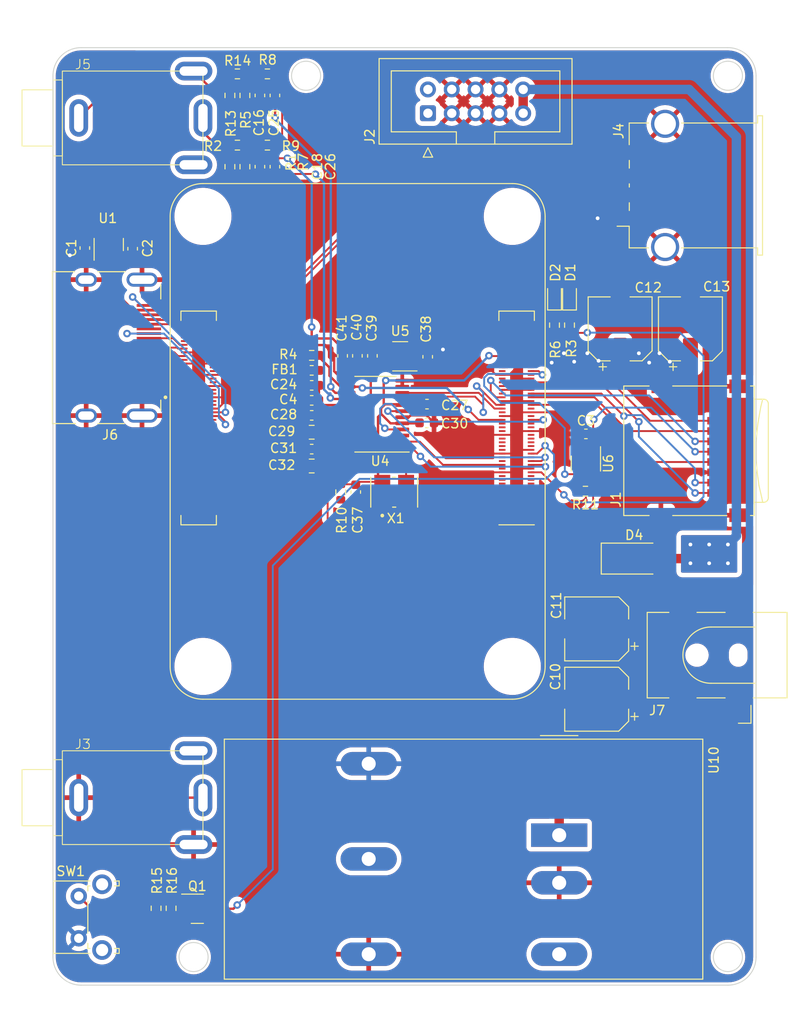
<source format=kicad_pcb>
(kicad_pcb (version 20221018) (generator pcbnew)
  (layers (0 "F.Cu" signal) (31 "B.Cu" signal) (34 "B.Paste" user) (35 "F.Paste" user) (36 "B.SilkS" user "B.Silkscreen") (37 "F.SilkS" user "F.Silkscreen") (38 "B.Mask" user) (39 "F.Mask" user) (44 "Edge.Cuts" user))
  (net 0 "")
  (net 1 "/+5v")
  (net 2 "GND")
  (net 3 "/HDMI_5v")
  (net 4 "/SD_PWR")
  (net 5 "/+12v")
  (net 6 "/+3.3v")
  (net 7 "Net-(D1-K)")
  (net 8 "Net-(D2-K)")
  (net 9 "/ID_SC")
  (net 10 "/ID_SD")
  (net 11 "/CAM0_D0_N")
  (net 12 "/CAM0_D0_P")
  (net 13 "/CAM0_D1_N")
  (net 14 "/CAM0_D1_P")
  (net 15 "/CAM0_C_N")
  (net 16 "/CAM0_C_P")
  (net 17 "/CAM_GPIO")
  (net 18 "/CAM1_D0_N")
  (net 19 "/CAM1_D0_P")
  (net 20 "/CAM1_D1_N")
  (net 21 "/CAM1_D1_P")
  (net 22 "/CAM1_C_N")
  (net 23 "/CAM1_C_P")
  (net 24 "/CAM1_D2_N")
  (net 25 "/CAM1_D2_P")
  (net 26 "/CAM1_D3_N")
  (net 27 "/CAM1_D3_P")
  (net 28 "/SCL0")
  (net 29 "/SDA0")
  (net 30 "/DSI0_D0_N")
  (net 31 "/DSI0_D0_P")
  (net 32 "/DSI0_D1_N")
  (net 33 "/DSI0_D1_P")
  (net 34 "/DSI0_C_N")
  (net 35 "/DSI0_C_P")
  (net 36 "/DSI1_D0_N")
  (net 37 "/DSI1_D0_P")
  (net 38 "/DSI1_D1_N")
  (net 39 "/DSI1_D1_P")
  (net 40 "/DSI1_C_N")
  (net 41 "/DSI1_C_P")
  (net 42 "/DSI1_D2_N")
  (net 43 "/DSI1_D2_P")
  (net 44 "/DSI1_D3_N")
  (net 45 "/DSI1_D3_P")
  (net 46 "/HDMI0_HOTPLUG")
  (net 47 "/HDMI0_SDA")
  (net 48 "/HDMI0_SCL")
  (net 50 "/HDMI0_CEC")
  (net 51 "/HDMI0_CK_N")
  (net 52 "/HDMI0_CK_P")
  (net 53 "/HDMI0_D0_N")
  (net 54 "/HDMI0_D0_P")
  (net 55 "/HDMI0_D1_N")
  (net 56 "/HDMI0_D1_P")
  (net 57 "/HDMI0_D2_N")
  (net 58 "/HDMI0_D2_P")
  (net 59 "/HDMI1_HOTPLUG")
  (net 60 "/HDMI1_SDA")
  (net 61 "/HDMI1_SCL")
  (net 62 "/HDMI1_CEC")
  (net 63 "/HDMI1_CK_N")
  (net 64 "/HDMI1_CK_P")
  (net 65 "/HDMI1_D0_N")
  (net 66 "/HDMI1_D0_P")
  (net 67 "/HDMI1_D1_N")
  (net 68 "/HDMI1_D1_P")
  (net 69 "/HDMI1_D2_N")
  (net 70 "/HDMI1_D2_P")
  (net 71 "/nRPIBOOT")
  (net 72 "/EEPROM_nWP")
  (net 73 "/AIN0")
  (net 74 "/AIN1")
  (net 75 "/SYNC_IN")
  (net 76 "/SYNC_OUT")
  (net 77 "/TV_OUT")
  (net 78 "/GLOBAL_EN")
  (net 79 "/WL_nDis")
  (net 80 "/BT_nDis")
  (net 81 "/RUN_PG")
  (net 82 "/GPIO4")
  (net 83 "/GPIO14")
  (net 84 "/GPIO15")
  (net 85 "/GPIO27")
  (net 86 "/GPIO22")
  (net 87 "/GPIO23")
  (net 88 "/GPIO24")
  (net 89 "/GPIO10")
  (net 90 "/GPIO9")
  (net 91 "/GPIO25")
  (net 92 "/GPIO11")
  (net 93 "/GPIO8")
  (net 94 "/GPIO7")
  (net 95 "/GPIO5")
  (net 96 "/GPIO6")
  (net 97 "/GPIO13")
  (net 98 "/GPIO16")
  (net 99 "/GPIO26")
  (net 100 "/SD_DAT1")
  (net 101 "/SD_DAT0")
  (net 102 "/SD_CLK")
  (net 103 "/SD_CMD")
  (net 104 "/SD_DAT3")
  (net 105 "/SD_DAT2")
  (net 106 "/USBD_N")
  (net 107 "/USBD_P")
  (net 108 "/TRD3_P")
  (net 109 "/TRD1_P")
  (net 110 "/TRD3_N")
  (net 111 "/TRD1_N")
  (net 112 "/TRD2_N")
  (net 113 "/TRD0_N")
  (net 114 "/TRD2_P")
  (net 115 "/TRD0_P")
  (net 116 "/ETH_LEDY")
  (net 117 "/ETH_LEDG")
  (net 119 "Net-(Module1A-PI_nLED_Activity)")
  (net 125 "/SD_PWR_ON")
  (net 126 "/Reserved")
  (net 127 "/nPWR_LED")
  (net 128 "/nEXTRST")
  (net 129 "/USBOTG_ID")
  (net 130 "/PCIE_CLK_nREQ")
  (net 133 "/PCIE_nRST")
  (net 134 "/PCIE_CLK_P")
  (net 135 "/PCIE_CLK_N")
  (net 136 "/PCIE_RX_P")
  (net 137 "/PCIE_RX_N")
  (net 138 "/PCIE_TX_P")
  (net 139 "/PCIE_TX_N")
  (net 141 "Net-(D4-A)")
  (net 146 "Net-(U4-VQ)")
  (net 147 "GNDA")
  (net 148 "Net-(C16-Pad1)")
  (net 149 "INA")
  (net 150 "Net-(C18-Pad1)")
  (net 151 "INB")
  (net 152 "Net-(U4-FIL+)")
  (net 153 "+5VA")
  (net 154 "Net-(U5-BP)")
  (net 156 "SDIN")
  (net 157 "LRCLK")
  (net 158 "SDOUT")
  (net 159 "SCLK")
  (net 160 "R_CODEC")
  (net 161 "SCL_CODEC")
  (net 162 "SDA_CODEC")
  (net 163 "Net-(X1-EN)")
  (net 164 "MCLK")
  (net 171 "Net-(J5-PadR)")
  (net 172 "Net-(J5-PadT)")
  (net 173 "Net-(J3-PadT)")
  (net 174 "GPIO12")
  (net 177 "Net-(R1-Pad1)")
  (net 178 "Net-(R13-Pad1)")
  (net 179 "Net-(Q1-B)")
  (footprint "Capacitor_SMD:C_0805_2012Metric" (layer "F.Cu") (at 27.6 41.025 180)
    (fp_text reference "C29")
    (fp_text value "47u")
  )
  (footprint "Diode_SMD:D_SMA" (layer "F.Cu") (at 62 54.5)
    (fp_text reference "D4")
    (fp_text value "SS54")
  )
  (footprint "Resistor_SMD:R_0603_1608Metric" (layer "F.Cu") (at 11 91.8 90)
    (fp_text reference "R15")
    (fp_text value "100k")
  )
  (footprint "Resistor_SMD:R_0603_1608Metric" (layer "F.Cu") (at 55.1 29.6 -90)
    (fp_text reference "R3")
    (fp_text value "1k")
  )
  (footprint "Converter_DCDC:Converter_DCDC_TRACO_TEN20-xxxx_THT" (layer "F.Cu") (at 54 84 -90)
    (fp_text reference "U10")
    (fp_text value "TEN20-2411WIN")
  )
  (footprint "Capacitor_SMD:C_0603_1608Metric" (layer "F.Cu") (at 30.9 32.875 90)
    (fp_text reference "C41")
    (fp_text value "100n")
  )
  (footprint "AlexCustom:XTAL_ASFL1-8.000MHZ-EC-T" (layer "F.Cu") (at 36.4 47.4125 90)
    (fp_text reference "X1")
    (fp_text value "12.288MHz")
  )
  (footprint "Connector_IDC:IDC-Header_2x05_P2.54mm_Vertical" (layer "F.Cu") (at 40 7 90)
    (fp_text reference "J2")
    (fp_text value "Conn_02x05_Odd_Even")
  )
  (footprint "Capacitor_SMD:C_0603_1608Metric" (layer "F.Cu") (at 3.4 21.375 90)
    (fp_text reference "C1")
    (fp_text value "100n")
  )
  (footprint "Resistor_SMD:R_0603_1608Metric" (layer "F.Cu") (at 22.875 2.8)
    (fp_text reference "R8")
    (fp_text value "10k")
  )
  (footprint "Capacitor_SMD:CP_Elec_6.3x5.8" (layer "F.Cu") (at 58 69.5 180)
    (fp_text reference "C10")
    (fp_text value "100u")
  )
  (footprint "Connector_Card:microSD_HC_Wuerth_693072010801" (layer "F.Cu") (at 69 43 -90)
    (fp_text reference "J1")
    (fp_text value "Micro_SD_Card")
  )
  (footprint "Package_SO:TSSOP-24_4.4x7.8mm_P0.65mm" (layer "F.Cu") (at 34.4 39.1 180)
    (fp_text reference "U4")
    (fp_text value "CS4270")
  )
  (footprint "Capacitor_SMD:CP_Elec_6.3x5.8" (layer "F.Cu") (at 60.5 30 90)
    (fp_text reference "C12")
    (fp_text value "100u")
  )
  (footprint "Resistor_SMD:R_0603_1608Metric" (layer "F.Cu") (at 56.8 47.3125 180)
    (fp_text reference "R11")
    (fp_text value "12K 1%")
  )
  (footprint "AlexCustom:729JH" (layer "F.Cu") (at 1 80)
    (fp_text reference "J3")
    (fp_text value "AudioJack3_SwitchT")
  )
  (footprint "Capacitor_SMD:C_0603_1608Metric" (layer "F.Cu") (at 22.075 5.1 -90)
    (fp_text reference "C16")
    (fp_text value "10u")
  )
  (footprint "Package_TO_SOT_SMD:SOT-23" (layer "F.Cu") (at 15.4 91.85)
    (fp_text reference "Q1")
    (fp_text value "MMBT3904")
  )
  (footprint "Resistor_SMD:R_0603_1608Metric" (layer "F.Cu") (at 19.675 2.8)
    (fp_text reference "R14")
    (fp_text value "nf")
  )
  (footprint "Capacitor_SMD:C_0603_1608Metric" (layer "F.Cu") (at 27.6 37.625 180)
    (fp_text reference "C4")
    (fp_text value "100n")
  )
  (footprint "AlexCustom:729JH" (layer "F.Cu") (at 1 7.5)
    (fp_text reference "J5")
    (fp_text value "AudioJack3_SwitchT")
  )
  (footprint "Resistor_SMD:R_0603_1608Metric" (layer "F.Cu") (at 18.875 12.7 90)
    (fp_text reference "R1")
    (fp_text value "0")
  )
  (footprint "Resistor_SMD:R_0603_1608Metric" (layer "F.Cu") (at 53.5 29.6 -90)
    (fp_text reference "R6")
    (fp_text value "1k")
  )
  (footprint "Capacitor_SMD:C_0603_1608Metric" (layer "F.Cu") (at 32.475 32.875 90)
    (fp_text reference "C40")
    (fp_text value "10u")
  )
  (footprint "Resistor_SMD:R_0603_1608Metric" (layer "F.Cu") (at 20.475 5.1 -90)
    (fp_text reference "R5")
    (fp_text value "4.99k")
  )
  (footprint "Resistor_SMD:R_0603_1608Metric" (layer "F.Cu") (at 12.6 91.8 90)
    (fp_text reference "R16")
    (fp_text value "33k")
  )
  (footprint "Inductor_SMD:L_0603_1608Metric" (layer "F.Cu") (at 27.6 34.425)
    (fp_text reference "FB1")
    (fp_text value "FerriteBead_Small")
  )
  (footprint "Capacitor_SMD:C_0603_1608Metric" (layer "F.Cu") (at 27.6 39.225 180)
    (fp_text reference "C28")
    (fp_text value "100n")
  )
  (footprint "Package_TO_SOT_SMD:SOT-23" (layer "F.Cu") (at 5.95 21 90)
    (fp_text reference "U1")
    (fp_text value "RT9742SNGV")
  )
  (footprint "Capacitor_SMD:CP_Elec_6.3x5.8" (layer "F.Cu") (at 58 62 180)
    (fp_text reference "C11")
    (fp_text value "100u")
  )
  (footprint "Capacitor_SMD:C_0805_2012Metric" (layer "F.Cu") (at 27.6 44.625 180)
    (fp_text reference "C32")
    (fp_text value "47u")
  )
  (footprint "CM4IO:Raspberry-Pi-4-Compute-Module" (layer "F.Cu") (at 49 18 180)
    (fp_text reference "Module1" hide)
    (fp_text value "ComputeModule4")
  )
  (footprint "Capacitor_SMD:C_0603_1608Metric" (layer "F.Cu") (at 32.3 47.4 -90)
    (fp_text reference "C37")
    (fp_text value "10n")
  )
  (footprint "Resistor_SMD:R_0603_1608Metric" (layer "F.Cu") (at 19.675 10.4)
    (fp_text reference "R2")
    (fp_text value "nf")
  )
  (footprint "Package_TO_SOT_SMD:SOT-23-5" (layer "F.Cu") (at 56.85 44.3625 -90)
    (fp_text reference "U6")
    (fp_text value "RT9742GGJ5")
  )
  (footprint "Capacitor_SMD:C_0603_1608Metric" (layer "F.Cu") (at 23.675 12.7 -90)
    (fp_text reference "C26")
    (fp_text value "220p")
  )
  (footprint "Capacitor_SMD:C_0603_1608Metric" (layer "F.Cu") (at 56.85 41.2 180)
    (fp_text reference "C3")
    (fp_text value "10u")
  )
  (footprint "Resistor_SMD:R_0603_1608Metric" (layer "F.Cu") (at 27.6 32.825)
    (fp_text reference "R4")
    (fp_text value "10k")
  )
  (footprint "Resistor_SMD:R_0603_1608Metric" (layer "F.Cu") (at 30.7 47.4 -90)
    (fp_text reference "R10")
    (fp_text value "10k")
  )
  (footprint "Capacitor_SMD:C_0603_1608Metric" (layer "F.Cu") (at 39.975 32.975 -90)
    (fp_text reference "C38")
    (fp_text value "100n")
  )
  (footprint "Capacitor_SMD:C_0603_1608Metric" (layer "F.Cu") (at 39.875 40.025)
    (fp_text reference "C30")
    (fp_text value "100n")
  )
  (footprint "Package_TO_SOT_SMD:SOT-23-6" (layer "F.Cu") (at 37.0375 32.925 180)
    (fp_text reference "U5")
    (fp_text value "TPS79301-EP")
  )
  (footprint "LED_SMD:LED_0603_1608Metric" (layer "F.Cu") (at 53.5 26.5 90)
    (fp_text reference "D2")
    (fp_text value "LED Red")
  )
  (footprint "Button_Switch_THT:SW_Tactile_SPST_Angled_PTS645Vx83-2LFS" (layer "F.Cu") (at 2.75 95 90)
    (fp_text reference "SW1")
    (fp_text value "SW_Push")
  )
  (footprint "Capacitor_SMD:C_0603_1608Metric" (layer "F.Cu") (at 39.9 38.025)
    (fp_text reference "C27")
    (fp_text value "10u")
  )
  (footprint "Resistor_SMD:R_0603_1608Metric" (layer "F.Cu") (at 18.875 5.1 90)
    (fp_text reference "R13")
    (fp_text value "0")
  )
  (footprint "Resistor_SMD:R_0603_1608Metric" (layer "F.Cu") (at 20.475 12.7 -90)
    (fp_text reference "R7")
    (fp_text value "4.99k")
  )
  (footprint "Capacitor_SMD:C_0603_1608Metric" (layer "F.Cu") (at 27.6 36.025 180)
    (fp_text reference "C24")
    (fp_text value "10u")
  )
  (footprint "Capacitor_SMD:C_0603_1608Metric" (layer "F.Cu") (at 8.5 21.45 90)
    (fp_text reference "C2")
    (fp_text value "100n")
  )
  (footprint "Connector_BarrelJack:BarrelJack_CLIFF_FC681465S_SMT_Horizontal" (layer "F.Cu") (at 70.2 64.8 180)
    (fp_text reference "J7")
    (fp_text value "Barrel_Jack_Switch")
  )
  (footprint "Connector_USB:USB_A_TE_292303-7_Horizontal" (layer "F.Cu") (at 68 14.7 90)
    (fp_text reference "J4")
    (fp_text value "USB_A")
  )
  (footprint "Capacitor_SMD:C_0603_1608Metric" (layer "F.Cu") (at 27.6 42.825 180)
    (fp_text reference "C31")
    (fp_text value "100n")
  )
  (footprint "Capacitor_SMD:C_0603_1608Metric" (layer "F.Cu") (at 22.075 12.7 -90)
    (fp_text reference "C18")
    (fp_text value "10u")
  )
  (footprint "Capacitor_SMD:C_0603_1608Metric" (layer "F.Cu") (at 34.075 32.875 -90)
    (fp_text reference "C39")
    (fp_text value "10n")
  )
  (footprint "Capacitor_SMD:CP_Elec_6.3x5.8" (layer "F.Cu") (at 68 30 90)
    (fp_text reference "C13")
    (fp_text value "100u")
  )
  (footprint "CM4IO:EDAC 690-019-298-412" (layer "F.Cu") (at 9.5 32 -90)
    (fp_text reference "J6")
    (fp_text value "690-019-298-412" hide)
  )
  (footprint "Capacitor_SMD:C_0603_1608Metric" (layer "F.Cu") (at 23.675 5.1 -90)
    (fp_text reference "C25")
    (fp_text value "220p")
  )
  (footprint "LED_SMD:LED_0603_1608Metric" (layer "F.Cu") (at 55.1 26.5 90)
    (fp_text reference "D1")
    (fp_text value "LED Green")
  )
  (footprint "Resistor_SMD:R_0603_1608Metric" (layer "F.Cu") (at 22.875 10.4)
    (fp_text reference "R9")
    (fp_text value "10k")
  )
  (gr_arc (start 75 97) (mid 74.121321 99.121321) (end 72 100) (stroke (width 0.1)) (layer "Edge.Cuts"))
  (gr_line (start 75 3) (end 75 97) (stroke (width 0.1)) (layer "Edge.Cuts"))
  (gr_arc (start 3 100) (mid 0.878679 99.121321) (end 0 97) (stroke (width 0.1)) (layer "Edge.Cuts"))
  (gr_arc (start 72 0) (mid 74.121321 0.878679) (end 75 3) (stroke (width 0.1)) (layer "Edge.Cuts"))
  (gr_line (start 0 97) (end 0 3) (stroke (width 0.1)) (layer "Edge.Cuts"))
  (gr_circle (center 27 3) (end 28.55 3) (stroke (width 0.1)) (fill none) (layer "Edge.Cuts"))
  (gr_arc (start 0 3) (mid 0.878679 0.878679) (end 3 0) (stroke (width 0.1)) (layer "Edge.Cuts"))
  (gr_circle (center 72 97) (end 73.55 97) (stroke (width 0.1)) (fill none) (layer "Edge.Cuts"))
  (gr_line (start 3 0) (end 72 0) (stroke (width 0.1)) (layer "Edge.Cuts"))
  (gr_circle (center 15 97) (end 16.55 97) (stroke (width 0.1)) (fill none) (layer "Edge.Cuts"))
  (gr_circle (center 72 3) (end 73.55 3) (stroke (width 0.1)) (fill none) (layer "Edge.Cuts"))
  (gr_line (start 72 100) (end 3 100) (stroke (width 0.1)) (layer "Edge.Cuts"))
  (segment (start 38.4 32.2) (end 38.175 31.975) (width 0.25) (layer "F.Cu") (net 1))
  (segment (start 1.8 22.15) (end 3.4 22.15) (width 0.2) (layer "F.Cu") (net 1))
  (segment (start 51 32.1) (end 52.1 32.1) (width 0.2) (layer "F.Cu") (net 1))
  (segment (start 51 33.7) (end 51 33.3) (width 0.2) (layer "F.Cu") (net 1))
  (segment (start 51 32.5) (end 51 32.9) (width 0.2) (layer "F.Cu") (net 1))
  (segment (start 61.62 18.2) (end 58.1 18.2) (width 1) (layer "F.Cu") (net 1))
  (segment (start 38.175 33.875) (end 37.790749 33.875) (width 0.25) (layer "F.Cu") (net 1))
  (segment (start 51 32.9) (end 52.1 32.9) (width 0.2) (layer "F.Cu") (net 1))
  (segment (start 37.790749 33.875) (end 37.1875 33.271751) (width 0.25) (layer "F.Cu") (net 1))
  (segment (start 37.1875 32.2625) (end 37.475 31.975) (width 0.25) (layer "F.Cu") (net 1))
  (segment (start 51 34.1) (end 51 33.7) (width 0.2) (layer "F.Cu") (net 1))
  (segment (start 51 32.5) (end 52.1 32.5) (width 0.2) (layer "F.Cu") (net 1))
  (segment (start 3.4 22.15) (end 4.7875 22.15) (width 0.2) (layer "F.Cu") (net 1))
  (segment (start 51 32.1) (end 51 32.5) (width 0.2) (layer "F.Cu") (net 1))
  (segment (start 51 33.3) (end 51 32.9) (width 0.2) (layer "F.Cu") (net 1))
  (segment (start 51 33.7) (end 52.1 33.7) (width 0.2) (layer "F.Cu") (net 1))
  (segment (start 4.7875 22.15) (end 5 21.9375) (width 0.2) (layer "F.Cu") (net 1))
  (segment (start 39.975 32.2) (end 41.6 32.2) (width 0.25) (layer "F.Cu") (net 1))
  (segment (start 39.975 32.2) (end 38.4 32.2) (width 0.25) (layer "F.Cu") (net 1))
  (segment (start 51 33.3) (end 52.1 33.3) (width 0.2) (layer "F.Cu") (net 1))
  (segment (start 37.475 31.975) (end 38.175 31.975) (width 0.25) (layer "F.Cu") (net 1))
  (segment (start 37.1875 33.271751) (end 37.1875 32.2625) (width 0.25) (layer "F.Cu") (net 1))
  (via (at 41.6 32.2) (size 0.8) (drill 0.4) (layers "F.Cu" "B.Cu") (net 1))
  (via (at 62.5 32.6) (size 0.8) (drill 0.4) (layers "F.Cu" "B.Cu") (net 1))
  (via (at 65.8 33.5) (size 0.8) (drill 0.4) (layers "F.Cu" "B.Cu") (net 1))
  (via (at 63.6 33.6) (size 0.8) (drill 0.4) (layers "F.Cu" "B.Cu") (net 1))
  (via (at 58.2 33.4) (size 0.8) (drill 0.4) (layers "F.Cu" "B.Cu") (net 1))
  (via (at 64.7 32.6) (size 0.8) (drill 0.4) (layers "F.Cu" "B.Cu") (net 1))
  (via (at 1.8 22.15) (size 0.8) (drill 0.4) (layers "F.Cu" "B.Cu") (net 1))
  (via (at 57 32.6) (size 0.8) (drill 0.4) (layers "F.Cu" "B.Cu") (net 1))
  (via (at 54.5 32.6) (size 0.8) (drill 0.4) (layers "F.Cu" "B.Cu") (net 1))
  (via (at 58.1 18.2) (size 0.8) (drill 0.4) (layers "F.Cu" "B.Cu") (net 1))
  (via (at 53.2 33.6) (size 0.8) (drill 0.4) (layers "F.Cu" "B.Cu") (net 1))
  (via (at 55.6 33.5) (size 0.8) (drill 0.4) (layers "F.Cu" "B.Cu") (net 1))
  (segment (start 38.151041 39.225) (end 37.951041 39.425) (width 0.25) (layer "F.Cu") (net 2))
  (segment (start 17.08 36.1) (end 14 36.1) (width 0.2) (layer "F.Cu") (net 2))
  (segment (start 10.23 31.5) (end 8 31.5) (width 0.2) (layer "F.Cu") (net 2))
  (segment (start 38.175 32.925) (end 39.15 32.925) (width 0.25) (layer "F.Cu") (net 2))
  (segment (start 56.85 44.4) (end 56.85 48.05) (width 0.2) (layer "F.Cu") (net 2))
  (segment (start 51 40.9) (end 49.7 40.9) (width 0.2) (layer "F.Cu") (net 2))
  (segment (start 49.5 43.3) (end 49.9 42.9) (width 0.2) (layer "F.Cu") (net 2))
  (segment (start 47.92 30.1) (end 49.05 30.1) (width 0.2) (layer "F.Cu") (net 2))
  (segment (start 37.951041 39.425) (end 37.2625 39.425) (width 0.25) (layer "F.Cu") (net 2))
  (segment (start 17.08 30.1) (end 18.3 30.1) (width 0.2) (layer "F.Cu") (net 2))
  (segment (start 47.92 46.9) (end 50.2 46.9) (width 0.2) (layer "F.Cu") (net 2))
  (segment (start 37.2625 35.525) (end 39.075 35.525) (width 0.2) (layer "F.Cu") (net 2))
  (segment (start 39.85 39.225) (end 38.151041 39.225) (width 0.25) (layer "F.Cu") (net 2))
  (segment (start 14 43.3) (end 17.08 43.3) (width 0.2) (layer "F.Cu") (net 2))
  (segment (start 30.2 32.875) (end 30 32.675) (width 0.25) (layer "F.Cu") (net 2))
  (segment (start 46.55 45.65) (end 46.9 45.3) (width 0.2) (layer "F.Cu") (net 2))
  (segment (start 49 45.3) (end 49.4 44.9) (width 0.2) (layer "F.Cu") (net 2))
  (segment (start 33.075 47.4) (end 36.5575 47.4) (width 0.2) (layer "F.Cu") (net 2))
  (segment (start 17.08 42.1) (end 18.2 42.1) (width 0.2) (layer "F.Cu") (net 2))
  (segment (start 47.92 34.9) (end 47.25 34.9) (width 0.2) (layer "F.Cu") (net 2))
  (segment (start 49.8 49.3) (end 51 49.3) (width 0.2) (layer "F.Cu") (net 2))
  (segment (start 17.08 45.7) (end 18.2 45.7) (width 0.2) (layer "F.Cu") (net 2))
  (segment (start 12.65 42.1) (end 12.65 38.5) (width 0.2) (layer "F.Cu") (net 2))
  (segment (start 14 46.9) (end 17.08 46.9) (width 0.2) (layer "F.Cu") (net 2))
  (segment (start 15.3 40.9) (end 15.4 40.8) (width 0.2) (layer "F.Cu") (net 2))
  (segment (start 17.08 43.3) (end 18.2 43.3) (width 0.2) (layer "F.Cu") (net 2))
  (segment (start 46.9 45.3) (end 47.92 45.3) (width 0.2) (layer "F.Cu") (net 2))
  (segment (start 8 35.8) (end 8 31.5) (width 0.2) (layer "F.Cu") (net 2))
  (segment (start 10.23 36) (end 8.2 36) (width 0.2) (layer "F.Cu") (net 2))
  (segment (start 14 33.7) (end 17.08 33.7) (width 0.2) (layer "F.Cu") (net 2))
  (segment (start 52.2 48.1) (end 52.3 48.2) (width 0.2) (layer "F.Cu") (net 2))
  (segment (start 32.3 48.175) (end 33.075 47.4) (width 0.2) (layer "F.Cu") (net 2))
  (segment (start 32.475 32.1) (end 31.7 32.875) (width 0.25) (layer "F.Cu") (net 2))
  (segment (start 47.92 37.7) (end 50 37.7) (width 0.2) (layer "F.Cu") (net 2))
  (segment (start 8.2 36) (end 8 35.8) (width 0.2) (layer "F.Cu") (net 2))
  (segment (start 59.7 44.4) (end 56.85 44.4) (width 0.2) (layer "F.Cu") (net 2))
  (segment (start 52.3 49.3) (end 51 49.3) (width 0.2) (layer "F.Cu") (net 2))
  (segment (start 28.375 34.425) (end 26.775 32.825) (width 0.25) (layer "F.Cu") (net 2))
  (segment (start 13 48.1) (end 12.65 47.75) (width 0.2) (layer "F.Cu") (net 2))
  (segment (start 51 46.9) (end 50 46.9) (width 0.2) (layer "F.Cu") (net 2))
  (segment (start 52.3 48.2) (end 52.3 49.3) (width 0.2) (layer "F.Cu") (net 2))
  (segment (start 17.08 48.1) (end 14 48.1) (width 0.2) (layer "F.Cu") (net 2))
  (segment (start 40.65 40.025) (end 39.85 39.225) (width 0.25) (layer "F.Cu") (net 2))
  (segment (start 12.65 37.3) (end 12.65 38.5) (width 0.2) (layer "F.Cu") (net 2))
  (segment (start 47.25 34.9) (end 46.55 34.2) (width 0.2) (layer "F.Cu") (net 2))
  (segment (start 14 44.5) (end 17.08 44.5) (width 0.2) (layer "F.Cu") (net 2))
  (segment (start 51 37.7) (end 49.9 37.7) (width 0.2) (layer "F.Cu") (net 2))
  (segment (start 31 35.525) (end 31.5375 35.525) (width 0.25) (layer "F.Cu") (net 2))
  (segment (start 51 48.1) (end 52.2 48.1) (width 0.2) (layer "F.Cu") (net 2))
  (segment (start 51 38.9) (end 49.4 38.9) (width 0.2) (layer "F.Cu") (net 2))
  (segment (start 14 30.1) (end 17.08 30.1) (width 0.2) (layer "F.Cu") (net 2))
  (segment (start 14 37.3) (end 17.08 37.3) (width 0.2) (layer "F.Cu") (net 2))
  (segment (start 17.08 31.3) (end 18.3 31.3) (width 0.2) (layer "F.Cu") (net 2))
  (segment (start 49.5 34.9) (end 49.9 35.3) (width 0.2) (layer "F.Cu") (net 2))
  (segment (start 55.6 49.3) (end 52.3 49.3) (width 0.2) (layer "F.Cu") (net 2))
  (segment (start 49.3 41.3) (end 49.7 40.9) (width 0.2) (layer "F.Cu") (net 2))
  (segment (start 51 40.9) (end 52.15 40.9) (width 0.2) (layer "F.Cu") (net 2))
  (segment (start 12.65 47.75) (end 12.65 42.1) (width 0.2) (layer "F.Cu") (net 2))
  (segment (start 53.6 39) (end 53.6 40.25) (width 0.2) (layer "F.Cu") (net 2))
  (segment (start 14 31.3) (end 17.08 31.3) (width 0.2) (layer "F.Cu") (net 2))
  (segment (start 14 39.7) (end 15.3 39.7) (width 0.2) (layer "F.Cu") (net 2))
  (segment (start 15.3 39.7) (end 15.4 39.8) (width 0.2) (layer "F.Cu") (net 2))
  (segment (start 12.7 39.7) (end 12.65 39.65) (width 0.2) (layer "F.Cu") (net 2))
  (segment (start 47.92 49.3) (end 50.1 49.3) (width 0.2) (layer "F.Cu") (net 2))
  (segment (start 56.85 44.4) (end 54.75 44.4) (width 0.2) (layer "F.Cu") (net 2))
  (segment (start 46.6 41.3) (end 47.92 41.3) (width 0.2) (layer "F.Cu") (net 2))
  (segment (start 17.08 34.9) (end 18.3 34.9) (width 0.2) (layer "F.Cu") (net 2))
  (segment (start 17.08 46.9) (end 18.2 46.9) (width 0.2) (layer "F.Cu") (net 2))
  (segment (start 56.85 43.225) (end 56.85 41.975) (width 0.2) (layer "F.Cu") (net 2))
  (segment (start 49.4 44.9) (end 51 44.9) (width 0.2) (layer "F.Cu") (net 2))
  (segment (start 36.5575 47.4) (end 37.67 48.5125) (width 0.2) (layer "F.Cu") (net 2))
  (segment (start 46.55 46.9) (end 46.55 46.95) (width 0.2) (layer "F.Cu") (net 2))
  (segment (start 15.4 40.8) (end 15.4 39.8) (width 0.2) (layer "F.Cu") (net 2))
  (segment (start 14 45.7) (end 17.08 45.7) (width 0.2) (layer "F.Cu") (net 2))
  (segment (start 28.3875 34.425) (end 28.375 34.425) (width 0.25) (layer "F.Cu") (net 2))
  (segment (start 49.4 38.9) (end 49 39.3) (width 0.2) (layer "F.Cu") (net 2))
  (segment (start 14 42.1) (end 17.08 42.1) (width 0.2) (layer "F.Cu") (net 2))
  (segment (start 31.7 32.875) (end 30.2 32.875) (width 0.25) (layer "F.Cu") (net 2))
  (segment (start 17.6 38.5) (end 18.3 37.8) (width 0.2) (layer "F.Cu") (net 2))
  (segment (start 47.92 46.9) (end 46.55 46.9) (width 0.2) (layer "F.Cu") (net 2))
  (segment (start 56.85 43.225) (end 56.85 44.4) (width 0.2) (layer "F.Cu") (net 2))
  (segment (start 14 45.7) (end 12.65 45.7) (width 0.2) (layer "F.Cu") (net 2))
  (segment (start 46.55 48.05) (end 46.6 48.1) (width 0.2) (layer "F.Cu") (net 2))
  (segment (start 17.73 48.1) (end 18.2 47.63) (width 0.2) (layer "F.Cu") (net 2))
  (segment (start 14 34.9) (end 17.08 34.9) (width 0.2) (layer "F.Cu") (net 2))
  (segment (start 46.6 48.1) (end 47.92 48.1) (width 0.2) (layer "F.Cu") (net 2))
  (segment (start 29.05 31.725) (end 30 32.675) (width 0.25) (layer "F.Cu") (net 2))
  (segment (start 54.75 44.4) (end 54.5 44.15) (width 0.2) (layer "F.Cu") (net 2))
  (segment (start 14 32.5) (end 17.08 32.5) (width 0.2) (layer "F.Cu") (net 2))
  (segment (start 7.3 28.5) (end 10.23 28.5) (width 0.2) (layer "F.Cu") (net 2))
  (segment (start 26.775 32.825) (end 27.875 31.725) (width 0.25) (layer "F.Cu") (net 2))
  (segment (start 17.08 32.5) (end 18.3 32.5) (width 0.2) (layer "F.Cu") (net 2))
  (segment (start 14 46.9) (end 12.7 46.9) (width 0.2) (layer "F.Cu") (net 2))
  (segment (start 12.7 43.3) (end 12.65 43.25) (width 0.2) (layer "F.Cu") (net 2))
  (segment (start 14 43.3) (end 12.7 43.3) (width 0.2) (layer "F.Cu") (net 2))
  (segment (start 46.6 43.3) (end 47.92 43.3) (width 0.2) (layer "F.Cu") (net 2))
  (segment (start 47.92 34.9) (end 49.5 34.9) (width 0.2) (layer "F.Cu") (net 2))
  (segment (start 10.23 34.5) (end 8 34.5) (width 0.2) (layer "F.Cu") (net 2))
  (segment (start 39.15 32.925) (end 39.975 33.75) (width 0.25) (layer "F.Cu") (net 2))
  (segment (start 18.3 37.8) (end 18.3 30.1) (width 0.2) (layer "F.Cu") (net 2))
  (segment (start 47.92 48.1) (end 49.9 48.1) (width 0.2) (layer "F.Cu") (net 2))
  (segment (start 52.3 47.55) (end 52.3 48.2) (width 0.2) (layer "F.Cu") (net 2))
  (segment (start 10.23 33) (end 8 33) (width 0.2) (layer "F.Cu") (net 2))
  (segment (start 53.6 40.25) (end 52.95 40.9) (width 0.2) (layer "F.Cu") (net 2))
  (segment (start 49.9 42.9) (end 51 42.9) (width 0.2) (layer "F.Cu") (net 2))
  (segment (start 17.08 36.1) (end 18.3 36.1) (width 0.2) (layer "F.Cu") (net 2))
  (segment (start 47.92 39.3) (end 49 39.3) (width 0.2) (layer "F.Cu") (net 2))
  (segment (start 30 32.675) (end 30 34.525) (width 0.25) (layer "F.Cu") (net 2))
  (segment (start 14 39.7) (end 12.7 39.7) (width 0.2) (layer "F.Cu") (net 2))
  (segment (start 8 31.5) (end 7.3 31.5) (width 0.2) (layer "F.Cu") (net 2))
  (segment (start 14 42.1) (end 12.65 42.1) (width 0.2) (layer "F.Cu") (net 2))
  (segment (start 18.15 44.5) (end 18.2 44.45) (width 0.2) (layer "F.Cu") (net 2))
  (segment (start 51 46.9) (end 51.65 46.9) (width 0.2) (layer "F.Cu") (net 2))
  (segment (start 39.975 34.625) (end 39.975 33.75) (width 0.2) (layer "F.Cu") (net 2))
  (segment (start 51 35.3) (end 49.9 35.3) (width 0.2) (layer "F.Cu") (net 2))
  (segment (start 14 44.5) (end 12.7 44.5) (width 0.2) (layer "F.Cu") (net 2))
  (segment (start 7.3 31.5) (end 6.8 31) (width 0.2) (layer "F.Cu") (net 2))
  (segment (start 17.08 48.1) (end 17.73 48.1) (width 0.2) (layer "F.Cu") (net 2))
  (segment (start 51 38.9) (end 53.5 38.9) (width 0.2) (layer "F.Cu") (net 2))
  (segment (start 56.85 41.975) (end 56.075 41.2) (width 0.2) (layer "F.Cu") (net 2))
  (segment (start 18.2 47.63) (end 18.2 42.1) (width 0.2) (layer "F.Cu") (net 2))
  (segment (start 56.85 48.05) (end 55.6 49.3) (width 0.2) (layer "F.Cu") (net 2))
  (segment (start 27.875 31.725) (end 29.05 31.725) (width 0.25) (layer "F.Cu") (net 2))
  (segment (start 14 38.5) (end 17.08 38.5) (width 0.2) (layer "F.Cu") (net 2))
  (segment (start 52.15 40.9) (end 52.3 40.9) (width 0.2) (layer "F.Cu") (net 2))
  (segment (start 14 37.3) (end 12.65 37.3) (width 0.2) (layer "F.Cu") (net 2))
  (segment (start 51 36.5) (end 50 36.5) (width 0.2) (layer "F.Cu") (net 2))
  (segment (start 47.05 49.3) (end 46.55 48.8) (width 0.2) (layer "F.Cu") (net 2))
  (segment (start 47.92 43.3) (end 49.5 43.3) (width 0.2) (layer "F.Cu") (net 2))
  (segment (start 47.92 41.3) (end 49.3 41.3) (width 0.2) (layer "F.Cu") (net 2))
  (segment (start 46.55 48.8) (end 46.55 45.65) (width 0.2) (layer "F.Cu") (net 2))
  (segment (start 6.8 29) (end 7.3 28.5) (width 0.2) (layer "F.Cu") (net 2))
  (segment (start 14 38.5) (end 12.65 38.5) (width 0.2) (layer "F.Cu") (net 2))
  (segment (start 51.65 46.9) (end 52.3 47.55) (width 0.2) (layer "F.Cu") (net 2))
  (segment (start 17.08 38.5) (end 17.6 38.5) (width 0.2) (layer "F.Cu") (net 2))
  (segment (start 17.08 44.5) (end 18.15 44.5) (width 0.2) (layer "F.Cu") (net 2))
  (segment (start 6.8 31) (end 6.8 29) (width 0.2) (layer "F.Cu") (net 2))
  (segment (start 14 40.9) (end 15.3 40.9) (width 0.2) (layer "F.Cu") (net 2))
  (segment (start 51 48.1) (end 49.8 48.1) (width 0.2) (layer "F.Cu") (net 2))
  (segment (start 34.075 33.65) (end 34.025 33.65) (width 0.25) (layer "F.Cu") (net 2))
  (segment (start 30 34.525) (end 31 35.525) (width 0.25) (layer "F.Cu") (net 2))
  (segment (start 52.95 40.9) (end 52.15 40.9) (width 0.2) (layer "F.Cu") (net 2))
  (segment (start 47.92 45.3) (end 49 45.3) (width 0.2) (layer "F.Cu") (net 2))
  (segment (start 34.025 33.65) (end 32.475 32.1) (width 0.25) (layer "F.Cu") (net 2))
  (segment (start 12.65 40.9) (end 14 40.9) (width 0.2) (layer "F.Cu") (net 2))
  (segment (start 47.92 36.5) (end 50 36.5) (width 0.2) (layer "F.Cu") (net 2))
  (segment (start 46.7 30.1) (end 47.92 30.1) (width 0.2) (layer "F.Cu") (net 2))
  (segment (start 39.075 35.525) (end 39.975 34.625) (width 0.2) (layer "F.Cu") (net 2))
  (segment (start 13 48.1) (end 14 48.1) (width 0.2) (layer "F.Cu") (net 2))
  (segment (start 47.92 49.3) (end 47.05 49.3) (width 0.2) (layer "F.Cu") (net 2))
  (segment (start 17.08 37.3) (end 18.3 37.3) (width 0.2) (layer "F.Cu") (net 2))
  (segment (start 46.6 43.3) (end 46.6 41.3) (width 0.2) (layer "F.Cu") (net 2))
  (segment (start 12.7 44.5) (end 12.65 44.45) (width 0.2) (layer "F.Cu") (net 2))
  (segment (start 53.5 38.9) (end 53.6 39) (width 0.2) (layer "F.Cu") (net 2))
  (segment (start 8.2125 21.9375) (end 8.5 22.225) (width 0.2) (layer "F.Cu") (net 3))
  (segment (start 6.8 22.0375) (end 6.9 21.9375) (width 0.2) (layer "F.Cu") (net 3))
  (segment (start 6.9 21.9375) (end 8.2125 21.9375) (width 0.2) (layer "F.Cu") (net 3))
  (segment (start 6.8 26.2) (end 6.8 22.0375) (width 0.2) (layer "F.Cu") (net 3))
  (segment (start 8.6 28) (end 6.8 26.2) (width 0.2) (layer "F.Cu") (net 3))
  (segment (start 10.23 28) (end 8.6 28) (width 0.2) (layer "F.Cu") (net 3))
  (segment (start 57.625 39.725) (end 57.7 39.65) (width 0.2) (layer "F.Cu") (net 4))
  (segment (start 57.8 41.375) (end 57.625 41.2) (width 0.2) (layer "F.Cu") (net 4))
  (segment (start 57.625 41.2) (end 57.625 39.725) (width 0.2) (layer "F.Cu") (net 4))
  (segment (start 57.8 43.225) (end 57.8 41.375) (width 0.2) (layer "F.Cu") (net 4))
  (segment (start 70.55 43.1) (end 68.5 43.1) (width 0.2) (layer "F.Cu") (net 4))
  (via (at 57.7 39.65) (size 0.8) (drill 0.4) (layers "F.Cu" "B.Cu") (net 4))
  (via (at 68.5 43.1) (size 0.8) (drill 0.4) (layers "F.Cu" "B.Cu") (net 4))
  (segment (start 63.8 38.4) (end 68.5 43.1) (width 0.2) (layer "B.Cu") (net 4))
  (segment (start 57.7 39.65) (end 58.95 38.4) (width 0.2) (layer "B.Cu") (net 4))
  (segment (start 58.95 38.4) (end 63.8 38.4) (width 0.2) (layer "B.Cu") (net 4))
  (segment (start 60.7 59.15) (end 60.05 58.5) (width 1) (layer "F.Cu") (net 5))
  (segment (start 54 76.2) (end 54 84) (width 1) (layer "F.Cu") (net 5))
  (segment (start 60.7 62) (end 60.7 59.15) (width 1) (layer "F.Cu") (net 5))
  (segment (start 60.7 69.5) (end 54 76.2) (width 1) (layer "F.Cu") (net 5))
  (segment (start 60.05 58.5) (end 60.05 54.55) (width 1) (layer "F.Cu") (net 5))
  (segment (start 60.7 62) (end 60.7 69.5) (width 1) (layer "F.Cu") (net 5))
  (segment (start 60.05 54.55) (end 60 54.5) (width 1) (layer "F.Cu") (net 5))
  (segment (start 35.426536 38.041975) (end 37.179475 38.041975) (width 0.25) (layer "F.Cu") (net 6))
  (segment (start 37.2625 38.125) (end 39.025 38.125) (width 0.25) (layer "F.Cu") (net 6))
  (segment (start 32.25 46.575) (end 32.3 46.625) (width 0.2) (layer "F.Cu") (net 6))
  (segment (start 55.01875 51.3) (end 30.3 51.3) (width 0.2) (layer "F.Cu") (net 6))
  (segment (start 50.2 28.2) (end 52.6875 25.7125) (width 0.2) (layer "F.Cu") (net 6))
  (segment (start 57.625 45.675) (end 57.8 45.5) (width 0.2) (layer "F.Cu") (net 6))
  (segment (start 48.47 32.9) (end 47.92 32.9) (width 0.2) (layer "F.Cu") (net 6))
  (segment (start 47.92 32.5) (end 47.92 32.9) (width 0.2) (layer "F.Cu") (net 6))
  (segment (start 50.2 32.4) (end 50.2 28.2) (width 0.2) (layer "F.Cu") (net 6))
  (segment (start 34.675 45.8575) (end 35.13 46.3125) (width 0.25) (layer "F.Cu") (net 6))
  (segment (start 47.92 32.9) (end 46.5 32.9) (width 0.2) (layer "F.Cu") (net 6))
  (segment (start 35.001841 39.06728) (end 35.001841 38.46667) (width 0.25) (layer "F.Cu") (net 6))
  (segment (start 34.675 39.394121) (end 35.001841 39.06728) (width 0.25) (layer "F.Cu") (net 6))
  (segment (start 39.025 38.125) (end 39.125 38.025) (width 0.25) (layer "F.Cu") (net 6))
  (segment (start 48.57 34) (end 48.57 33) (width 0.2) (layer "F.Cu") (net 6))
  (segment (start 30.7 46.575) (end 32.25 46.575) (width 0.2) (layer "F.Cu") (net 6))
  (segment (start 29.3 50.3) (end 29.3 47.2) (width 0.2) (layer "F.Cu") (net 6))
  (segment (start 37.2625 40.075) (end 39.05 40.075) (width 0.25) (layer "F.Cu") (net 6))
  (segment (start 32.6125 46.3125) (end 35.13 46.3125) (width 0.2) (layer "F.Cu") (net 6))
  (segment (start 48.47 34.1) (end 48.57 34) (width 0.2) (layer "F.Cu") (net 6))
  (segment (start 48.57 33) (end 48.47 32.9) (width 0.2) (layer "F.Cu") (net 6))
  (segment (start 52.6875 25.7125) (end 53.5 25.7125) (width 0.2) (layer "F.Cu") (net 6))
  (segment (start 35.284256 38.184256) (end 35.426536 38.041975) (width 0.25) (layer "F.Cu") (net 6))
  (segment (start 53.5 25.7125) (end 55.1 25.7125) (width 0.2) (layer "F.Cu") (net 6))
  (segment (start 35.001841 38.46667) (end 35.284256 38.184256) (width 0.25) (layer "F.Cu") (net 6))
  (segment (start 30.3 51.3) (end 29.3 50.3) (width 0.2) (layer "F.Cu") (net 6))
  (segment (start 37.2625 40.075) (end 36.009561 40.075) (width 0.25) (layer "F.Cu") (net 6))
  (segment (start 35.284256 38.184256) (end 35.284256 35.715744) (width 0.25) (layer "F.Cu") (net 6))
  (segment (start 57.625 47.3125) (end 57.625 48.69375) (width 0.2) (layer "F.Cu") (net 6))
  (segment (start 57.625 48.69375) (end 55.01875 51.3) (width 0.2) (layer "F.Cu") (net 6))
  (segment (start 35.284256 35.715744) (end 35.5 35.5) (width 0.25) (layer "F.Cu") (net 6))
  (segment (start 39.05 40.075) (end 39.1 40.025) (width 0.25) (layer "F.Cu") (net 6))
  (segment (start 57.625 47.3125) (end 57.625 45.675) (width 0.2) (layer "F.Cu") (net 6))
  (segment (start 49.7 32.9) (end 50.2 32.4) (width 0.2) (layer "F.Cu") (net 6))
  (segment (start 36.009561 40.075) (end 35.001841 39.06728) (width 0.25) (layer "F.Cu") (net 6))
  (segment (start 29.3 47.2) (end 29.925 46.575) (width 0.2) (layer "F.Cu") (net 6))
  (segment (start 29.925 46.575) (end 30.7 46.575) (width 0.2) (layer "F.Cu") (net 6))
  (segment (start 48.47 32.9) (end 49.7 32.9) (width 0.2) (layer "F.Cu") (net 6))
  (segment (start 34.675 39.394121) (end 34.675 45.8575) (width 0.25) (layer "F.Cu") (net 6))
  (segment (start 47.92 34.1) (end 48.47 34.1) (width 0.2) (layer "F.Cu") (net 6))
  (segment (start 32.3 46.625) (end 32.6125 46.3125) (width 0.2) (layer "F.Cu") (net 6))
  (segment (start 37.179475 38.041975) (end 37.2625 38.125) (width 0.25) (layer "F.Cu") (net 6))
  (via (at 46.508381 32.856049) (size 0.8) (drill 0.4) (layers "F.Cu" "B.Cu") (net 6))
  (via (at 35.5 35.5) (size 0.8) (drill 0.4) (layers "F.Cu" "B.Cu") (net 6))
  (segment (start 35.5 35.5) (end 43.86443 35.5) (width 0.25) (layer "B.Cu") (net 6))
  (segment (start 43.86443 35.5) (end 46.508381 32.856049) (width 0.25) (layer "B.Cu") (net 6))
  (segment (start 55.1 27.2875) (end 55.1 28.775) (width 0.2) (layer "F.Cu") (net 7))
  (segment (start 53.5 27.2875) (end 53.5 28.775) (width 0.2) (layer "F.Cu") (net 8))
  (segment (start 17.08 38.9) (end 18.4 38.9) (width 0.2) (layer "F.Cu") (net 46))
  (segment (start 9.4 27.5) (end 8.5 26.6) (width 0.2) (layer "F.Cu") (net 46))
  (segment (start 10.23 27.5) (end 9.4 27.5) (width 0.2) (layer "F.Cu") (net 46))
  (via (at 18.4 38.9) (size 0.8) (drill 0.4) (layers "F.Cu" "B.Cu") (net 46))
  (via (at 8.5 26.6) (size 0.8) (drill 0.4) (layers "F.Cu" "B.Cu") (net 46))
  (segment (start 8.5 26.6) (end 18.4 36.5) (width 0.2) (layer "B.Cu") (net 46))
  (segment (start 18.4 36.5) (end 18.4 38.9) (width 0.2) (layer "B.Cu") (net 46))
  (segment (start 10.23 29) (end 10.23 29.03) (width 0.2) (layer "F.Cu") (net 47))
  (segment (start 16.43 29.05) (end 17.08 29.7) (width 0.2) (layer "F.Cu") (net 47))
  (segment (start 10.23 29.03) (end 10.25 29.05) (width 0.2) (layer "F.Cu") (net 47))
  (segment (start 10.25 29.05) (end 16.43 29.05) (width 0.2) (layer "F.Cu") (net 47))
  (segment (start 14 29.7) (end 13.8 29.5) (width 0.2) (layer "F.Cu") (net 48))
  (segment (start 13.8 29.5) (end 10.23 29.5) (width 0.2) (layer "F.Cu") (net 48))
  (segment (start 18.4 39.88995) (end 18.4 40.2) (width 0.2) (layer "F.Cu") (net 50))
  (segment (start 17.08 39.3) (end 17.81005 39.3) (width 0.2) (layer "F.Cu") (net 50))
  (segment (start 17.81005 39.3) (end 18.4 39.88995) (width 0.2) (layer "F.Cu") (net 50))
  (segment (start 10.23 30.5) (end 7.9 30.5) (width 0.2) (layer "F.Cu") (net 50))
  (via (at 18.4 40.2) (size 0.8) (drill 0.4) (layers "F.Cu" "B.Cu") (net 50))
  (via (at 7.9 30.5) (size 0.8) (drill 0.4) (layers "F.Cu" "B.Cu") (net 50))
  (segment (start 7.9 30.5) (end 11.834314 30.5) (width 0.2) (layer "B.Cu") (net 50))
  (segment (start 17.7 39.5) (end 18.4 40.2) (width 0.2) (layer "B.Cu") (net 50))
  (segment (start 11.834314 30.5) (end 17.7 36.365686) (width 0.2) (layer "B.Cu") (net 50))
  (segment (start 17.7 36.365686) (end 17.7 39.5) (width 0.2) (layer "B.Cu") (net 50))
  (segment (start 13.515685 31.7) (end 14 31.7) (width 0.2) (layer "F.Cu") (net 51))
  (segment (start 10.23 31) (end 12.815685 31) (width 0.2) (layer "F.Cu") (net 51))
  (segment (start 12.815685 31) (end 13.515685 31.7) (width 0.2) (layer "F.Cu") (net 51))
  (segment (start 13.35 32.1) (end 14 32.1) (width 0.2) (layer "F.Cu") (net 52))
  (segment (start 13.25 32) (end 13.35 32.1) (width 0.2) (layer "F.Cu") (net 52))
  (segment (start 10.23 32) (end 13.25 32) (width 0.2) (layer "F.Cu") (net 52))
  (segment (start 10.23 32.5) (end 12.95 32.5) (width 0.2) (layer "F.Cu") (net 53))
  (segment (start 13.35 32.9) (end 14 32.9) (width 0.2) (layer "F.Cu") (net 53))
  (segment (start 12.95 32.5) (end 13.35 32.9) (width 0.2) (layer "F.Cu") (net 53))
  (segment (start 11.78 33.5) (end 11.98 33.3) (width 0.2) (layer "F.Cu") (net 54))
  (segment (start 11.98 33.3) (end 14 33.3) (width 0.2) (layer "F.Cu") (net 54))
  (segment (start 10.23 33.5) (end 11.78 33.5) (width 0.2) (layer "F.Cu") (net 54))
  (segment (start 10.23 34) (end 13.25 34) (width 0.2) (layer "F.Cu") (net 55))
  (segment (start 13.25 34) (end 13.35 34.1) (width 0.2) (layer "F.Cu") (net 55))
  (segment (start 13.35 34.1) (end 14 34.1) (width 0.2) (layer "F.Cu") (net 55))
  (segment (start 10.23 35) (end 12.85 35) (width 0.2) (layer "F.Cu") (net 56))
  (segment (start 12.85 35) (end 13.35 34.5) (width 0.2) (layer "F.Cu") (net 56))
  (segment (start 13.35 34.5) (end 14 34.5) (width 0.2) (layer "F.Cu") (net 56))
  (segment (start 13.15 35.5) (end 13.35 35.3) (width 0.2) (layer "F.Cu") (net 57))
  (segment (start 13.35 35.3) (end 14 35.3) (width 0.2) (layer "F.Cu") (net 57))
  (segment (start 10.23 35.5) (end 13.15 35.5) (width 0.2) (layer "F.Cu") (net 57))
  (segment (start 10.23 36.5) (end 12.715686 36.5) (width 0.2) (layer "F.Cu") (net 58))
  (segment (start 13.515686 35.7) (end 14 35.7) (width 0.2) (layer "F.Cu") (net 58))
  (segment (start 12.715686 36.5) (end 13.515686 35.7) (width 0.2) (layer "F.Cu") (net 58))
  (segment (start 51 36.1) (end 58.7 36.1) (width 0.2) (layer "F.Cu") (net 100))
  (segment (start 58.7 36.1) (end 62.5 39.9) (width 0.2) (layer "F.Cu") (net 100))
  (segment (start 70.55 47.5) (end 68.5 47.5) (width 0.2) (layer "F.Cu") (net 100))
  (via (at 62.5 39.9) (size 0.8) (drill 0.4) (layers "F.Cu" "B.Cu") (net 100))
  (via (at 68.5 47.5) (size 0.8) (drill 0.4) (layers "F.Cu" "B.Cu") (net 100))
  (segment (start 62.5 39.9) (end 62.5 41.5) (width 0.2) (layer "B.Cu") (net 100))
  (segment (start 62.5 41.5) (end 68.5 47.5) (width 0.2) (layer "B.Cu") (net 100))
  (segment (start 58.5 36.9) (end 60.9 39.3) (width 0.2) (layer "F.Cu") (net 101))
  (segment (start 70.55 46.4) (end 68.6 46.4) (width 0.2) (layer "F.Cu") (net 101))
  (segment (start 68.6 46.4) (end 68.5 46.4) (width 0.2) (layer "F.Cu") (net 101))
  (segment (start 51 36.9) (end 58.5 36.9) (width 0.2) (layer "F.Cu") (net 101))
  (via (at 68.5 46.4) (size 0.8) (drill 0.4) (layers "F.Cu" "B.Cu") (net 101))
  (via (at 60.9 39.3) (size 0.8) (drill 0.4) (layers "F.Cu" "B.Cu") (net 101))
  (segment (start 62.78995 39.2) (end 61 39.2) (width 0.2) (layer "B.Cu") (net 101))
  (segment (start 61 39.2) (end 60.9 39.3) (width 0.2) (layer "B.Cu") (net 101))
  (segment (start 68.5 44.91005) (end 62.78995 39.2) (width 0.2) (layer "B.Cu") (net 101))
  (segment (start 68.5 46.4) (end 68.5 44.91005) (width 0.2) (layer "B.Cu") (net 101))
  (segment (start 64.1 44.2) (end 70.55 44.2) (width 0.2) (layer "F.Cu") (net 102))
  (segment (start 51 38.1) (end 58 38.1) (width 0.2) (layer "F.Cu") (net 102))
  (segment (start 58 38.1) (end 64.1 44.2) (width 0.2) (layer "F.Cu") (net 102))
  (segment (start 47.27 37.3) (end 47.92 37.3) (width 0.2) (layer "F.Cu") (net 103))
  (segment (start 46.7 35.5) (end 46.7 36.73) (width 0.2) (layer "F.Cu") (net 103))
  (segment (start 70.55 42) (end 68.5 42) (width 0.2) (layer "F.Cu") (net 103))
  (segment (start 46.7 36.73) (end 47.27 37.3) (width 0.2) (layer "F.Cu") (net 103))
  (via (at 68.5 42) (size 0.8) (drill 0.4) (layers "F.Cu" "B.Cu") (net 103))
  (via (at 46.7 35.5) (size 0.8) (drill 0.4) (layers "F.Cu" "B.Cu") (net 103))
  (segment (start 46.7 35.5) (end 48.3 37.1) (width 0.2) (layer "B.Cu") (net 103))
  (segment (start 48.3 37.1) (end 63.6 37.1) (width 0.2) (layer "B.Cu") (net 103))
  (segment (start 63.6 37.1) (end 68.5 42) (width 0.2) (layer "B.Cu") (net 103))
  (segment (start 61.365686 40.9) (end 70.55 40.9) (width 0.2) (layer "F.Cu") (net 104))
  (segment (start 57.765686 37.3) (end 61.365686 40.9) (width 0.2) (layer "F.Cu") (net 104))
  (segment (start 51 37.3) (end 57.765686 37.3) (width 0.2) (layer "F.Cu") (net 104))
  (segment (start 59.6 35.7) (end 51 35.7) (width 0.2) (layer "F.Cu") (net 105))
  (segment (start 70.55 39.8) (end 63.7 39.8) (width 0.2) (layer "F.Cu") (net 105))
  (segment (start 63.7 39.8) (end 59.6 35.7) (width 0.2) (layer "F.Cu") (net 105))
  (segment (start 22.7 45.165685) (end 18.965685 48.9) (width 0.2) (layer "F.Cu") (net 106))
  (segment (start 18.965685 48.9) (end 17.08 48.9) (width 0.2) (layer "F.Cu") (net 106))
  (segment (start 37.265686 14.1) (end 22.7 28.665686) (width 0.2) (layer "F.Cu") (net 106))
  (segment (start 22.7 28.665686) (end 22.7 45.165685) (width 0.2) (layer "F.Cu") (net 106))
  (segment (start 59.5 15.7) (end 57.9 14.1) (width 0.2) (layer "F.Cu") (net 106))
  (segment (start 57.9 14.1) (end 37.265686 14.1) (width 0.2) (layer "F.Cu") (net 106))
  (segment (start 61.62 15.7) (end 59.5 15.7) (width 0.2) (layer "F.Cu") (net 106))
  (segment (start 22.3 28.5) (end 37.1 13.7) (width 0.2) (layer "F.Cu") (net 107))
  (segment (start 17.08 48.5) (end 18.8 48.5) (width 0.2) (layer "F.Cu") (net 107))
  (segment (start 37.1 13.7) (end 61.62 13.7) (width 0.2) (layer "F.Cu") (net 107))
  (segment (start 18.8 48.5) (end 22.3 45) (width 0.2) (layer "F.Cu") (net 107))
  (segment (start 22.3 45) (end 22.3 28.5) (width 0.2) (layer "F.Cu") (net 107))
  (segment (start 52.1 45.3) (end 51 45.3) (width 0.2) (layer "F.Cu") (net 119))
  (segment (start 55.1 30.425) (end 56.975 30.425) (width 0.2) (layer "F.Cu") (net 119))
  (segment (start 54.5 47.7) (end 52.1 45.3) (width 0.2) (layer "F.Cu") (net 119))
  (segment (start 56.975 30.425) (end 57 30.4) (width 0.2) (layer "F.Cu") (net 119))
  (via (at 57 30.4) (size 0.8) (drill 0.4) (layers "F.Cu" "B.Cu") (net 119))
  (via (at 54.5 47.7) (size 0.8) (drill 0.4) (layers "F.Cu" "B.Cu") (net 119))
  (segment (start 69.4 47.9) (end 69.4 32.9) (width 0.2) (layer "B.Cu") (net 119))
  (segment (start 55.3 48.5) (end 68.8 48.5) (width 0.2) (layer "B.Cu") (net 119))
  (segment (start 69.4 32.9) (end 66.9 30.4) (width 0.2) (layer "B.Cu") (net 119))
  (segment (start 66.9 30.4) (end 57 30.4) (width 0.2) (layer "B.Cu") (net 119))
  (segment (start 68.8 48.5) (end 69.4 47.9) (width 0.2) (layer "B.Cu") (net 119))
  (segment (start 54.5 47.7) (end 55.3 48.5) (width 0.2) (layer "B.Cu") (net 119))
  (segment (start 55.9 45.5) (end 54.6 45.5) (width 0.2) (layer "F.Cu") (net 125))
  (segment (start 55.9 45.5) (end 55.9 47.2375) (width 0.2) (layer "F.Cu") (net 125))
  (segment (start 51.8 34.5) (end 52.2 34.9) (width 0.2) (layer "F.Cu") (net 125))
  (segment (start 51 34.5) (end 51.8 34.5) (width 0.2) (layer "F.Cu") (net 125))
  (segment (start 55.9 47.2375) (end 55.975 47.3125) (width 0.2) (layer "F.Cu") (net 125))
  (via (at 52.2 34.9) (size 0.8) (drill 0.4) (layers "F.Cu" "B.Cu") (net 125))
  (via (at 54.6 45.5) (size 0.8) (drill 0.4) (layers "F.Cu" "B.Cu") (net 125))
  (segment (start 52.2 34.9) (end 52.1 34.8) (width 0.2) (layer "B.Cu") (net 125))
  (segment (start 46.41005 34.8) (end 46 35.21005) (width 0.2) (layer "B.Cu") (net 125))
  (segment (start 46 35.21005) (end 46 36.1) (width 0.2) (layer "B.Cu") (net 125))
  (segment (start 47.8 37.9) (end 51.9 37.9) (width 0.2) (layer "B.Cu") (net 125))
  (segment (start 52.1 34.8) (end 46.41005 34.8) (width 0.2) (layer "B.Cu") (net 125))
  (segment (start 46 36.1) (end 47.8 37.9) (width 0.2) (layer "B.Cu") (net 125))
  (segment (start 51.9 37.9) (end 54.6 40.6) (width 0.2) (layer "B.Cu") (net 125))
  (segment (start 54.6 40.6) (end 54.6 45.5) (width 0.2) (layer "B.Cu") (net 125))
  (segment (start 51 30.5) (end 53.425 30.5) (width 0.2) (layer "F.Cu") (net 127))
  (segment (start 53.425 30.5) (end 53.5 30.425) (width 0.2) (layer "F.Cu") (net 127))
  (segment (start 64.1 54.6) (end 64.1 65.4) (width 1) (layer "F.Cu") (net 141))
  (segment (start 64 54.5) (end 67.5 54.5) (width 1) (layer "F.Cu") (net 141))
  (segment (start 64 54.5) (end 64.1 54.6) (width 1) (layer "F.Cu") (net 141))
  (segment (start 50.16 4.46) (end 50.16 7) (width 1) (layer "F.Cu") (net 141))
  (segment (start 64.1 65.4) (end 67.2 68.5) (width 1) (layer "F.Cu") (net 141))
  (segment (start 67.2 70.3) (end 73.2 70.3) (width 1) (layer "F.Cu") (net 141))
  (segment (start 67.5 54.5) (end 68 55) (width 1) (layer "F.Cu") (net 141))
  (segment (start 67.2 68.5) (end 67.2 70.3) (width 1) (layer "F.Cu") (net 141))
  (via (at 70 55) (size 0.8) (drill 0.4) (layers "F.Cu" "B.Cu") (net 141))
  (via (at 70 53) (size 0.8) (drill 0.4) (layers "F.Cu" "B.Cu") (net 141))
  (via (at 72 53) (size 0.8) (drill 0.4) (layers "F.Cu" "B.Cu") (net 141))
  (via (at 68 53) (size 0.8) (drill 0.4) (layers "F.Cu" "B.Cu") (net 141))
  (via (at 68 55) (size 0.8) (drill 0.4) (layers "F.Cu" "B.Cu") (net 141))
  (via (at 72 55) (size 0.8) (drill 0.4) (layers "F.Cu" "B.Cu") (net 141))
  (segment (start 50.16 4.46) (end 67.86 4.46) (width 1) (layer "B.Cu") (net 141))
  (segment (start 72.9 52.1) (end 72 53) (width 1) (layer "B.Cu") (net 141))
  (segment (start 72.9 9.5) (end 72.9 52.1) (width 1) (layer "B.Cu") (net 141))
  (segment (start 67.86 4.46) (end 72.9 9.5) (width 1) (layer "B.Cu") (net 141))
  (segment (start 28.875 38.125) (end 28.375 37.625) (width 0.25) (layer "F.Cu") (net 146))
  (segment (start 31.5375 38.125) (end 28.875 38.125) (width 0.25) (layer "F.Cu") (net 146))
  (segment (start 28.375 36.025) (end 28.375 37.625) (width 0.25) (layer "F.Cu") (net 146))
  (segment (start 24.45 9.65) (end 24.45 5.1) (width 0.2) (layer "F.Cu") (net 147))
  (segment (start 23.7 10.4) (end 23.7 11.9) (width 0.2) (layer "F.Cu") (net 147))
  (segment (start 22.9 9.6) (end 23.7 10.4) (width 0.25) (layer "F.Cu") (net 147))
  (segment (start 29.825 31.025) (end 30.9 32.1) (width 0.25) (layer "F.Cu") (net 147))
  (segment (start 23.8 11.8) (end 23.675 11.925) (width 0.2) (layer "F.Cu") (net 147))
  (segment (start 23.7 10.4) (end 24.45 9.65) (width 0.2) (layer "F.Cu") (net 147))
  (segment (start 26.825 41.2) (end 26.65 41.025) (width 0.25) (layer "F.Cu") (net 147))
  (segment (start 30.1 40.823959) (end 30.1 45.125) (width 0.25) (layer "F.Cu") (net 147))
  (segment (start 24.45 5.1) (end 23.675 4.325) (width 0.2) (layer "F.Cu") (net 147))
  (segment (start 22.9 2) (end 23.7 2.8) (width 0.25) (layer "F.Cu") (net 147))
  (segment (start 20.5 10.4) (end 21.3 9.6) (width 0.25) (layer "F.Cu") (net 147))
  (segment (start 26.825 37.625) (end 26.825 39.225) (width 0.25) (layer "F.Cu") (net 147))
  (segment (start 26.975 31.025) (end 27.6 31.025) (width 0.25) (layer "F.Cu") (net 147))
  (segment (start 26.825 39.225) (end 26.825 40.85) (width 0.25) (layer "F.Cu") (net 147))
  (segment (start 27.85 45.825) (end 26.65 44.625) (width 0.25) (layer "F.Cu") (net 147))
  (segment (start 23.7 4.3) (end 23.675 4.325) (width 0.2) (layer "F.Cu") (net 147))
  (segment (start 26.825 40.85) (end 26.65 41.025) (width 0.25) (layer "F.Cu") (net 147))
  (segment (start 26.825 42.825) (end 26.825 41.2) (width 0.25) (layer "F.Cu") (net 147))
  (segment (start 18.5 0.8) (end 20.5 2.8) (width 0.25) (layer "F.Cu") (net 147))
  (segment (start 20.5 2.8) (end 21.3 2) (width 0.25) (layer "F.Cu") (net 147))
  (segment (start 29.4 45.825) (end 27.85 45.825) (width 0.25) (layer "F.Cu") (net 147))
  (segment (start 26.8125 36.0125) (end 26.825 36.025) (width 0.25) (layer "F.Cu") (net 147))
  (segment (start 26.8125 34.425) (end 26.8125 36.0125) (width 0.25) (layer "F.Cu") (net 147))
  (segment (start 31.5375 40.075) (end 30.848959 40.075) (width 0.25) (layer "F.Cu") (net 147))
  (segment (start 30.848959 40.075) (end 30.1 40.823959) (width 0.25) (layer "F.Cu") (net 147))
  (segment (start 21.3 9.6) (end 22.9 9.6) (width 0.25) (layer "F.Cu") (net 147))
  (segment (start 9.45 0.8) (end 18.5 0.8) (width 0.25) (layer "F.Cu") (net 147))
  (segment (start 26.825 36.025) (end 26.825 37.625) (width 0.25) (layer "F.Cu") (net 147))
  (segment (start 26.65 44.625) (end 26.65 43) (width 0.25) (layer "F.Cu") (net 147))
  (segment (start 2.75 7.5) (end 9.45 0.8) (width 0.25) (layer "F.Cu") (net 147))
  (segment (start 25 11.8) (end 23.8 11.8) (width 0.2) (layer "F.Cu") (net 147))
  (segment (start 26.05 31.95) (end 26.975 31.025) (width 0.25) (layer "F.Cu") (net 147))
  (segment (start 23.7 2.8) (end 23.7 4.3) (width 0.2) (layer "F.Cu") (net 147))
  (segment (start 21.3 2) (end 22.9 2) (width 0.25) (layer "F.Cu") (net 147))
  (segment (start 26.05 33.6625) (end 26.05 31.95) (width 0.25) (layer "F.Cu") (net 147))
  (segment (start 30.1 45.125) (end 29.4 45.825) (width 0.25) (layer "F.Cu") (net 147))
  (segment (start 26.65 43) (end 26.825 42.825) (width 0.25) (layer "F.Cu") (net 147))
  (segment (start 26.8125 34.425) (end 26.05 33.6625) (width 0.25) (layer "F.Cu") (net 147))
  (segment (start 27.6 31.025) (end 29.825 31.025) (width 0.25) (layer "F.Cu") (net 147))
  (segment (start 23.7 11.9) (end 23.675 11.925) (width 0.2) (layer "F.Cu") (net 147))
  (segment (start 27.6 31.025) (end 27.6 29.8) (width 0.25) (layer "F.Cu") (net 147))
  (via (at 27.6 29.8) (size 0.8) (drill 0.4) (layers "F.Cu" "B.Cu") (net 147))
  (via (at 25 11.8) (size 0.8) (drill 0.4) (layers "F.Cu" "B.Cu") (net 147))
  (segment (start 27.6 29.8) (end 27.6 14.4) (width 0.25) (layer "B.Cu") (net 147))
  (segment (start 27.6 14.4) (end 25 11.8) (width 0.25) (layer "B.Cu") (net 147))
  (segment (start 22.075 4.325) (end 20.525 4.325) (width 0.2) (layer "F.Cu") (net 148))
  (segment (start 20.525 4.325) (end 20.475 4.275) (width 0.2) (layer "F.Cu") (net 148))
  (segment (start 22.05 2.8) (end 22.05 4.3) (width 0.2) (layer "F.Cu") (net 148))
  (segment (start 22.05 4.3) (end 22.075 4.325) (width 0.2) (layer "F.Cu") (net 148))
  (segment (start 23.675 5.875) (end 22.075 5.875) (width 0.2) (layer "F.Cu") (net 149))
  (segment (start 30.125 36.825) (end 31.5375 36.825) (width 0.25) (layer "F.Cu") (net 149))
  (segment (start 29.724799 36.424799) (end 30.125 36.825) (width 0.25) (layer "F.Cu") (net 149))
  (segment (start 29.724799 36.249397) (end 29.724799 36.424799) (width 0.25) (layer "F.Cu") (net 149))
  (segment (start 29.637701 36.162299) (end 29.724799 36.249397) (width 0.25) (layer "F.Cu") (net 149))
  (segment (start 23.7 7.5) (end 23.7 5.9) (width 0.25) (layer "F.Cu") (net 149))
  (segment (start 23.7 5.9) (end 23.675 5.875) (width 0.25) (layer "F.Cu") (net 149))
  (via (at 29.637701 36.162299) (size 0.8) (drill 0.4) (layers "F.Cu" "B.Cu") (net 149))
  (via (at 23.7 7.5) (size 0.8) (drill 0.4) (layers "F.Cu" "B.Cu") (net 149))
  (segment (start 29.637701 13.537701) (end 23.7 7.6) (width 0.25) (layer "B.Cu") (net 149))
  (segment (start 23.7 7.6) (end 23.7 7.5) (width 0.25) (layer "B.Cu") (net 149))
  (segment (start 29.637701 36.162299) (end 29.637701 13.537701) (width 0.25) (layer "B.Cu") (net 149))
  (segment (start 22.075 11.925) (end 20.525 11.925) (width 0.2) (layer "F.Cu") (net 150))
  (segment (start 22.075 11.925) (end 22.075 10.425) (width 0.2) (layer "F.Cu") (net 150))
  (segment (start 20.525 11.925) (end 20.475 11.875) (width 0.2) (layer "F.Cu") (net 150))
  (segment (start 22.075 10.425) (end 22.05 10.4) (width 0.2) (layer "F.Cu") (net 150))
  (segment (start 29.590048 37.366713) (end 29.7 37.476665) (width 0.25) (layer "F.Cu") (net 151))
  (segment (start 29.725 37.475) (end 31.5375 37.475) (width 0.25) (layer "F.Cu") (net 151))
  (segment (start 28 13.5) (end 27.975 13.475) (width 0.2) (layer "F.Cu") (net 151))
  (segment (start 23.675 13.475) (end 22.075 13.475) (width 0.2) (layer "F.Cu") (net 151))
  (segment (start 29.590048 37.366713) (end 29.616713 37.366713) (width 0.25) (layer "F.Cu") (net 151))
  (segment (start 27.975 13.475) (end 23.675 13.475) (width 0.2) (layer "F.Cu") (net 151))
  (segment (start 29.616713 37.366713) (end 29.725 37.475) (width 0.25) (layer "F.Cu") (net 151))
  (via (at 28 13.5) (size 0.8) (drill 0.4) (layers "F.Cu" "B.Cu") (net 151))
  (via (at 29.590048 37.366713) (size 0.8) (drill 0.4) (layers "F.Cu" "B.Cu") (net 151))
  (segment (start 29.590048 36.887299) (end 29.337396 36.887299) (width 0.25) (layer "B.Cu") (net 151))
  (segment (start 29.590048 37.366713) (end 29.590048 36.887299) (width 0.25) (layer "B.Cu") (net 151))
  (segment (start 29.337396 36.887299) (end 28.912701 36.462604) (width 0.25) (layer "B.Cu") (net 151))
  (segment (start 28.912701 14.412701) (end 28 13.5) (width 0.25) (layer "B.Cu") (net 151))
  (segment (start 28.912701 36.462604) (end 28.912701 14.412701) (width 0.25) (layer "B.Cu") (net 151))
  (segment (start 31.5375 38.775) (end 28.825 38.775) (width 0.25) (layer "F.Cu") (net 152))
  (segment (start 28.375 40.85) (end 28.55 41.025) (width 0.25) (layer "F.Cu") (net 152))
  (segment (start 28.375 39.225) (end 28.375 40.85) (width 0.25) (layer "F.Cu") (net 152))
  (segment (start 28.825 38.775) (end 28.375 39.225) (width 0.25) (layer "F.Cu") (net 152))
  (segment (start 32.226041 39.425) (end 33.9 37.751041) (width 0.25) (layer "F.Cu") (net 153))
  (segment (start 35.35 34.425) (end 33.25 34.425) (width 0.25) (layer "F.Cu") (net 153))
  (segment (start 33.25 34.425) (end 32.475 33.65) (width 0.25) (layer "F.Cu") (net 153))
  (segment (start 35.9 33.875) (end 35.35 34.425) (width 0.25) (layer "F.Cu") (net 153))
  (segment (start 28.55 43) (end 28.375 42.825) (width 0.25) (layer "F.Cu") (net 153))
  (segment (start 31.5375 39.425) (end 30.848959 39.425) (width 0.25) (layer "F.Cu") (net 153))
  (segment (start 28.55 44.625) (end 28.55 43) (width 0.25) (layer "F.Cu") (net 153))
  (segment (start 29.65 40.623959) (end 29.65 42.475) (width 0.25) (layer "F.Cu") (net 153))
  (segment (start 29.3 42.825) (end 28.375 42.825) (width 0.25) (layer "F.Cu") (net 153))
  (segment (start 31.5375 39.425) (end 32.226041 39.425) (width 0.25) (layer "F.Cu") (net 153))
  (segment (start 32.475 33.65) (end 30.9 33.65) (width 0.25) (layer "F.Cu") (net 153))
  (segment (start 33.9 37.751041) (end 33.9 35.075) (width 0.25) (layer "F.Cu") (net 153))
  (segment (start 29.65 42.475) (end 29.3 42.825) (width 0.25) (layer "F.Cu") (net 153))
  (segment (start 30.848959 39.425) (end 29.65 40.623959) (width 0.25) (layer "F.Cu") (net 153))
  (segment (start 33.9 35.075) (end 33.25 34.425) (width 0.25) (layer "F.Cu") (net 153))
  (segment (start 35.775 32.1) (end 35.9 31.975) (width 0.25) (layer "F.Cu") (net 154))
  (segment (start 34.075 32.1) (end 35.775 32.1) (width 0.25) (layer "F.Cu") (net 154))
  (segment (start 52.539026 44.69874) (end 52.340286 44.5) (width 0.2) (layer "F.Cu") (net 156))
  (segment (start 52.340286 44.5) (end 51 44.5) (width 0.2) (layer "F.Cu") (net 156))
  (segment (start 37.2625 42.675) (end 38.275 42.675) (width 0.2) (layer "F.Cu") (net 156))
  (segment (start 38.275 42.675) (end 39.2 43.6) (width 0.2) (layer "F.Cu") (net 156))
  (via (at 52.539026 44.69874) (size 0.8) (drill 0.4) (layers "F.Cu" "B.Cu") (net 156))
  (via (at 39.2 43.6) (size 0.8) (drill 0.4) (layers "F.Cu" "B.Cu") (net 156))
  (segment (start 52.539026 44.69874) (end 40.29874 44.69874) (width 0.2) (layer "B.Cu") (net 156))
  (segment (start 40.29874 44.69874) (end 39.2 43.6) (width 0.2) (layer "B.Cu") (net 156))
  (segment (start 41.6 44.5) (end 47.92 44.5) (width 0.2) (layer "F.Cu") (net 157))
  (segment (start 39.125 42.025) (end 41.6 44.5) (width 0.2) (layer "F.Cu") (net 157))
  (segment (start 37.2625 42.025) (end 39.125 42.025) (width 0.2) (layer "F.Cu") (net 157))
  (segment (start 52.1 44.1) (end 51 44.1) (width 0.2) (layer "F.Cu") (net 158))
  (segment (start 52.5 43.7) (end 52.1 44.1) (width 0.2) (layer "F.Cu") (net 158))
  (segment (start 37.2625 38.775) (end 35.725 38.775) (width 0.2) (layer "F.Cu") (net 158))
  (via (at 52.5 43.7) (size 0.8) (drill 0.4) (layers "F.Cu" "B.Cu") (net 158))
  (via (at 35.726841 38.766975) (size 0.8) (drill 0.4) (layers "F.Cu" "B.Cu") (net 158))
  (segment (start 40.659866 43.7) (end 35.726841 38.766975) (width 0.2) (layer "B.Cu") (net 158))
  (segment (start 52.5 43.7) (end 40.659866 43.7) (width 0.2) (layer "B.Cu") (net 158))
  (segment (start 37.2625 40.725) (end 35.525 40.725) (width 0.2) (layer "F.Cu") (net 159))
  (segment (start 51 39.7) (end 52.3 39.7) (width 0.2) (layer "F.Cu") (net 159))
  (segment (start 35.525 40.725) (end 35.4 40.6) (width 0.2) (layer "F.Cu") (net 159))
  (via (at 52.3 39.7) (size 0.8) (drill 0.4) (layers "F.Cu" "B.Cu") (net 159))
  (via (at 35.4 40.6) (size 0.8) (drill 0.4) (layers "F.Cu" "B.Cu") (net 159))
  (segment (start 35.4 40.6) (end 34.9 40.1) (width 0.2) (layer "B.Cu") (net 159))
  (segment (start 36.1 38) (end 38 39.9) (width 0.2) (layer "B.Cu") (net 159))
  (segment (start 52.1 39.9) (end 52.3 39.7) (width 0.2) (layer "B.Cu") (net 159))
  (segment (start 34.9 40.1) (end 34.9 38.5) (width 0.2) (layer "B.Cu") (net 159))
  (segment (start 34.9 38.5) (end 35.4 38) (width 0.2) (layer "B.Cu") (net 159))
  (segment (start 38 39.9) (end 52.1 39.9) (width 0.2) (layer "B.Cu") (net 159))
  (segment (start 35.4 38) (end 36.1 38) (width 0.2) (layer "B.Cu") (net 159))
  (segment (start 31.5375 36.175) (end 32.875 36.175) (width 0.25) (layer "F.Cu") (net 160))
  (segment (start 28.425 33.05) (end 28.425 32.825) (width 0.25) (layer "F.Cu") (net 160))
  (segment (start 47.92 39.7) (end 45.4 39.7) (width 0.2) (layer "F.Cu") (net 160))
  (segment (start 31.5375 36.175) (end 30.675 36.175) (width 0.25) (layer "F.Cu") (net 160))
  (segment (start 29.5 34.125) (end 28.425 33.05) (width 0.25) (layer "F.Cu") (net 160))
  (segment (start 32.875 36.175) (end 33 36.3) (width 0.25) (layer "F.Cu") (net 160))
  (segment (start 29.5 35) (end 29.5 34.125) (width 0.25) (layer "F.Cu") (net 160))
  (segment (start 30.675 36.175) (end 29.5 35) (width 0.25) (layer "F.Cu") (net 160))
  (segment (start 45.4 39.7) (end 44.3 38.6) (width 0.2) (layer "F.Cu") (net 160))
  (via (at 33 36.3) (size 0.8) (drill 0.4) (layers "F.Cu" "B.Cu") (net 160))
  (via (at 44.3 38.6) (size 0.8) (drill 0.4) (layers "F.Cu" "B.Cu") (net 160))
  (segment (start 33 36.3) (end 42 36.3) (width 0.25) (layer "B.Cu") (net 160))
  (segment (start 42 36.3) (end 44.3 38.6) (width 0.25) (layer "B.Cu") (net 160))
  (segment (start 37.2625 36.825) (end 45.425 36.825) (width 0.2) (layer "F.Cu") (net 161))
  (segment (start 45.425 36.825) (end 47.1 38.5) (width 0.2) (layer "F.Cu") (net 161))
  (segment (start 47.1 38.5) (end 47.92 38.5) (width 0.2) (layer "F.Cu") (net 161))
  (segment (start 38.425 37.475) (end 38.675 37.225) (width 0.2) (layer "F.Cu") (net 162))
  (segment (start 47.27 38.1) (end 45.27 36.1) (width 0.2) (layer "F.Cu") (net 162))
  (segment (start 45.025 37.225) (end 45.9 38.1) (width 0.2) (layer "F.Cu") (net 162))
  (segment (start 45.9 38.1) (end 45.9 38.9) (width 0.2) (layer "F.Cu") (net 162))
  (segment (start 37.2625 37.475) (end 38.425 37.475) (width 0.2) (layer "F.Cu") (net 162))
  (segment (start 47.92 38.1) (end 47.27 38.1) (width 0.2) (layer "F.Cu") (net 162))
  (segment (start 38.675 37.225) (end 45.025 37.225) (width 0.2) (layer "F.Cu") (net 162))
  (segment (start 45.27 36.1) (end 45.2 36.1) (width 0.2) (layer "F.Cu") (net 162))
  (via (at 45.9 38.9) (size 0.8) (drill 0.4) (layers "F.Cu" "B.Cu") (net 162))
  (via (at 45.2 36.1) (size 0.8) (drill 0.4) (layers "F.Cu" "B.Cu") (net 162))
  (segment (start 45.9 36.8) (end 45.9 38.9) (width 0.2) (layer "B.Cu") (net 162))
  (segment (start 45.2 36.1) (end 45.9 36.8) (width 0.2) (layer "B.Cu") (net 162))
  (segment (start 31.4 48.925) (end 34.7175 48.925) (width 0.2) (layer "F.Cu") (net 163))
  (segment (start 30.7 48.225) (end 31.4 48.925) (width 0.2) (layer "F.Cu") (net 163))
  (segment (start 34.7175 48.925) (end 35.13 48.5125) (width 0.2) (layer "F.Cu") (net 163))
  (segment (start 35.9 41.8) (end 35.9 43) (width 0.2) (layer "F.Cu") (net 164))
  (segment (start 35.9 43) (end 37.67 44.77) (width 0.2) (layer "F.Cu") (net 164))
  (segment (start 37.67 44.77) (end 37.67 46.3125) (width 0.2) (layer "F.Cu") (net 164))
  (segment (start 36.325 41.375) (end 35.9 41.8) (width 0.2) (layer "F.Cu") (net 164))
  (segment (start 37.2625 41.375) (end 36.325 41.375) (width 0.2) (layer "F.Cu") (net 164))
  (segment (start 16.775 4.275) (end 18.875 4.275) (width 0.25) (layer "F.Cu") (net 171))
  (segment (start 15 2.5) (end 16.775 4.275) (width 0.25) (layer "F.Cu") (net 171))
  (segment (start 18.875 11.875) (end 16 9) (width 0.25) (layer "F.Cu") (net 172))
  (segment (start 16 9) (end 16 7.5) (width 0.25) (layer "F.Cu") (net 172))
  (segment (start 11 81.75) (end 12.75 80) (width 0.25) (layer "F.Cu") (net 173))
  (segment (start 12.75 80) (end 16 80) (width 0.25) (layer "F.Cu") (net 173))
  (segment (start 11 90.975) (end 11 81.75) (width 0.25) (layer "F.Cu") (net 173))
  (segment (start 52.5 42.45) (end 51.65 43.3) (width 0.2) (layer "F.Cu") (net 174))
  (segment (start 19.25 91.85) (end 19.65 91.45) (width 0.25) (layer "F.Cu") (net 174))
  (segment (start 16.3375 91.85) (end 19.25 91.85) (width 0.25) (layer "F.Cu") (net 174))
  (segment (start 51.65 43.3) (end 51 43.3) (width 0.2) (layer "F.Cu") (net 174))
  (via (at 52.5 42.45) (size 0.8) (drill 0.4) (layers "F.Cu" "B.Cu") (net 174))
  (via (at 19.65 91.45) (size 0.8) (drill 0.4) (layers "F.Cu" "B.Cu") (net 174))
  (segment (start 52.5 42.45) (end 53.45 43.4) (width 0.2) (layer "B.Cu") (net 174))
  (segment (start 23.45 87.65) (end 19.65 91.45) (width 0.2) (layer "B.Cu") (net 174))
  (segment (start 23.45 55.25) (end 23.45 87.65) (width 0.2) (layer "B.Cu") (net 174))
  (segment (start 53.45 45.15) (end 52.6 46) (width 0.2) (layer "B.Cu") (net 174))
  (segment (start 32.7 46) (end 23.45 55.25) (width 0.2) (layer "B.Cu") (net 174))
  (segment (start 52.6 46) (end 32.7 46) (width 0.2) (layer "B.Cu") (net 174))
  (segment (start 53.45 43.4) (end 53.45 45.15) (width 0.2) (layer "B.Cu") (net 174))
  (segment (start 19.675 13.525) (end 20.475 13.525) (width 0.25) (layer "F.Cu") (net 177))
  (segment (start 19.675 11.225) (end 19.675 13.525) (width 0.25) (layer "F.Cu") (net 177))
  (segment (start 18.875 13.525) (end 19.675 13.525) (width 0.25) (layer "F.Cu") (net 177))
  (segment (start 18.85 10.4) (end 19.675 11.225) (width 0.25) (layer "F.Cu") (net 177))
  (segment (start 19.675 3.625) (end 19.675 5.925) (width 0.25) (layer "F.Cu") (net 178))
  (segment (start 19.675 5.925) (end 20.475 5.925) (width 0.25) (layer "F.Cu") (net 178))
  (segment (start 18.85 2.8) (end 19.675 3.625) (width 0.25) (layer "F.Cu") (net 178))
  (segment (start 18.875 5.925) (end 19.675 5.925) (width 0.25) (layer "F.Cu") (net 178))
  (segment (start 2.75 90.5) (end 4.875 92.625) (width 0.25) (layer "F.Cu") (net 179))
  (segment (start 11 92.575) (end 12.6 90.975) (width 0.25) (layer "F.Cu") (net 179))
  (segment (start 11 92.625) (end 11 92.575) (width 0.25) (layer "F.Cu") (net 179))
  (segment (start 4.875 92.625) (end 11 92.625) (width 0.25) (layer "F.Cu") (net 179))
  (segment (start 14.3875 90.975) (end 14.4625 90.9) (width 0.25) (layer "F.Cu") (net 179))
  (segment (start 12.6 90.975) (end 14.3875 90.975) (width 0.25) (layer "F.Cu") (net 179))
  (zone (net 1) (net_name "/+5v") (layer "F.Cu") (priority 1) (connect_pads (clearance 0.5)) (min_thickness 0.25) (fill yes (thermal_gap 0.5) (thermal_bridge_width 0.5))
    (polygon (pts (xy 51.84 32) (xy 51.84 34.24) (xy 68.78 34.24) (xy 68.78 32)))
  )
  (zone (net 2) (net_name "GND") (layer "F.Cu") (connect_pads (clearance 0.5)) (min_thickness 0.25) (fill yes (thermal_gap 0.5) (thermal_bridge_width 0.5))
    (polygon (pts (xy -2.54 -2.54) (xy -2.54 101.6) (xy 76.2 101.6) (xy 76.2 -2.54)))
  )
  (zone (net 141) (net_name "Net-(D4-A)") (layers "F&B.Cu") (priority 3) (connect_pads (clearance 0.5)) (min_thickness 0.25) (fill yes (thermal_gap 0.5) (thermal_bridge_width 0.5))
    (polygon (pts (xy 67 56) (xy 73 56) (xy 73 52) (xy 67 52)))
  )
  (zone (net 1) (net_name "/+5v") (layer "B.Cu") (priority 2) (connect_pads (clearance 0.5)) (min_thickness 0.25) (fill yes (thermal_gap 0.5) (thermal_bridge_width 0.5))
    (polygon (pts (xy -5.08 -5.08) (xy -5.08 104.14) (xy 78.74 104.14) (xy 78.74 -5.08)))
  )
)
</source>
